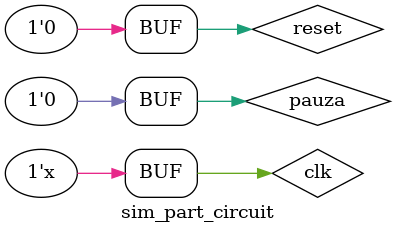
<source format=v>
`timescale 1ns / 1ps


module sim_part_circuit();
    reg reset, clk, pauza;
    wire [3:0] BCD0, BCD1, BCD2, BCD3, BCD4, BCD5;
    wire [5:0] valoare_bin1, valoare_bin2, valoare_bin3;
    
    part_circuit bucata(clk, reset, pauza, valoare_bin1, valoare_bin2, valoare_bin3, BCD0, BCD1, BCD2, BCD3, BCD4, BCD5);
    
    initial begin
        #0 clk = 0; reset = 0; pauza = 0;
        #10 reset = 1; pauza = 0;
        #10 reset = 0; pauza = 0;
    end
    
    always #5 clk = ~clk;
endmodule

</source>
